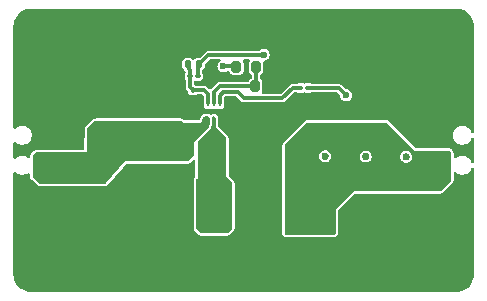
<source format=gbr>
%TF.GenerationSoftware,KiCad,Pcbnew,8.0.1*%
%TF.CreationDate,2025-05-13T16:21:41+05:45*%
%TF.ProjectId,12V-5V_buck_converter,3132562d-3556-45f6-9275-636b5f636f6e,rev?*%
%TF.SameCoordinates,Original*%
%TF.FileFunction,Copper,L1,Top*%
%TF.FilePolarity,Positive*%
%FSLAX46Y46*%
G04 Gerber Fmt 4.6, Leading zero omitted, Abs format (unit mm)*
G04 Created by KiCad (PCBNEW 8.0.1) date 2025-05-13 16:21:41*
%MOMM*%
%LPD*%
G01*
G04 APERTURE LIST*
G04 Aperture macros list*
%AMRoundRect*
0 Rectangle with rounded corners*
0 $1 Rounding radius*
0 $2 $3 $4 $5 $6 $7 $8 $9 X,Y pos of 4 corners*
0 Add a 4 corners polygon primitive as box body*
4,1,4,$2,$3,$4,$5,$6,$7,$8,$9,$2,$3,0*
0 Add four circle primitives for the rounded corners*
1,1,$1+$1,$2,$3*
1,1,$1+$1,$4,$5*
1,1,$1+$1,$6,$7*
1,1,$1+$1,$8,$9*
0 Add four rect primitives between the rounded corners*
20,1,$1+$1,$2,$3,$4,$5,0*
20,1,$1+$1,$4,$5,$6,$7,0*
20,1,$1+$1,$6,$7,$8,$9,0*
20,1,$1+$1,$8,$9,$2,$3,0*%
G04 Aperture macros list end*
%TA.AperFunction,SMDPad,CuDef*%
%ADD10RoundRect,0.200000X-0.200000X-0.275000X0.200000X-0.275000X0.200000X0.275000X-0.200000X0.275000X0*%
%TD*%
%TA.AperFunction,SMDPad,CuDef*%
%ADD11RoundRect,0.100000X-0.130000X-0.100000X0.130000X-0.100000X0.130000X0.100000X-0.130000X0.100000X0*%
%TD*%
%TA.AperFunction,SMDPad,CuDef*%
%ADD12RoundRect,0.250000X0.475000X-0.250000X0.475000X0.250000X-0.475000X0.250000X-0.475000X-0.250000X0*%
%TD*%
%TA.AperFunction,ComponentPad*%
%ADD13C,2.600000*%
%TD*%
%TA.AperFunction,ConnectorPad*%
%ADD14C,3.800000*%
%TD*%
%TA.AperFunction,ComponentPad*%
%ADD15R,2.200000X2.200000*%
%TD*%
%TA.AperFunction,ComponentPad*%
%ADD16C,2.200000*%
%TD*%
%TA.AperFunction,SMDPad,CuDef*%
%ADD17R,2.500000X3.200000*%
%TD*%
%TA.AperFunction,SMDPad,CuDef*%
%ADD18RoundRect,0.075000X0.275000X-0.390000X0.275000X0.390000X-0.275000X0.390000X-0.275000X-0.390000X0*%
%TD*%
%TA.AperFunction,SMDPad,CuDef*%
%ADD19RoundRect,0.075000X0.275000X-0.075000X0.275000X0.075000X-0.275000X0.075000X-0.275000X-0.075000X0*%
%TD*%
%TA.AperFunction,SMDPad,CuDef*%
%ADD20RoundRect,0.100000X0.130000X0.100000X-0.130000X0.100000X-0.130000X-0.100000X0.130000X-0.100000X0*%
%TD*%
%TA.AperFunction,SMDPad,CuDef*%
%ADD21R,0.279400X0.606400*%
%TD*%
%TA.AperFunction,SMDPad,CuDef*%
%ADD22RoundRect,0.225000X0.250000X-0.225000X0.250000X0.225000X-0.250000X0.225000X-0.250000X-0.225000X0*%
%TD*%
%TA.AperFunction,SMDPad,CuDef*%
%ADD23RoundRect,0.100000X-0.100000X0.130000X-0.100000X-0.130000X0.100000X-0.130000X0.100000X0.130000X0*%
%TD*%
%TA.AperFunction,SMDPad,CuDef*%
%ADD24RoundRect,0.140000X0.140000X0.170000X-0.140000X0.170000X-0.140000X-0.170000X0.140000X-0.170000X0*%
%TD*%
%TA.AperFunction,ViaPad*%
%ADD25C,0.600000*%
%TD*%
%TA.AperFunction,Conductor*%
%ADD26C,0.300000*%
%TD*%
G04 APERTURE END LIST*
D10*
%TO.P,R2,1*%
%TO.N,Net-(U1-EN)*%
X34989000Y-21082000D03*
%TO.P,R2,2*%
%TO.N,GND*%
X36639000Y-21082000D03*
%TD*%
D11*
%TO.P,R3,1*%
%TO.N,Net-(U1-PG)*%
X38796000Y-21209000D03*
%TO.P,R3,2*%
%TO.N,/Vout*%
X39436000Y-21209000D03*
%TD*%
D12*
%TO.P,C4,1*%
%TO.N,/Vout*%
X41485000Y-25100000D03*
%TO.P,C4,2*%
%TO.N,GND*%
X41485000Y-23200000D03*
%TD*%
D13*
%TO.P,H3,1,1*%
%TO.N,GND*%
X51000000Y-36000000D03*
D14*
X51000000Y-36000000D03*
%TD*%
D15*
%TO.P,J2,1,Pin_1*%
%TO.N,GND*%
X17800000Y-25230000D03*
D16*
%TO.P,J2,2,Pin_2*%
%TO.N,/Vin*%
X17800000Y-27770000D03*
%TD*%
D13*
%TO.P,H2,1,1*%
%TO.N,GND*%
X17000000Y-36000000D03*
D14*
X17000000Y-36000000D03*
%TD*%
D17*
%TO.P,L1,1,1*%
%TO.N,Net-(U1-SW)*%
X31510000Y-31200000D03*
%TO.P,L1,2,2*%
%TO.N,/Vout*%
X39610000Y-31200000D03*
%TD*%
D12*
%TO.P,C1,1*%
%TO.N,/Vin*%
X26085000Y-24900000D03*
%TO.P,C1,2*%
%TO.N,GND*%
X26085000Y-23000000D03*
%TD*%
D18*
%TO.P,D1,1,K*%
%TO.N,/Vin*%
X23291000Y-24507000D03*
D19*
%TO.P,D1,2,A*%
%TO.N,GND*%
X23291000Y-23622000D03*
%TD*%
D13*
%TO.P,H1,1,1*%
%TO.N,GND*%
X17000000Y-17000000D03*
D14*
X17000000Y-17000000D03*
%TD*%
D10*
%TO.P,R1,1*%
%TO.N,/Vin*%
X33388000Y-19444000D03*
%TO.P,R1,2*%
%TO.N,Net-(U1-EN)*%
X35038000Y-19444000D03*
%TD*%
D20*
%TO.P,R4,1*%
%TO.N,/Vout*%
X30090000Y-20206000D03*
%TO.P,R4,2*%
%TO.N,/FB*%
X29450000Y-20206000D03*
%TD*%
D13*
%TO.P,H4,1,1*%
%TO.N,GND*%
X51000000Y-17000000D03*
D14*
X51000000Y-17000000D03*
%TD*%
D21*
%TO.P,U1,1,VIN*%
%TO.N,/Vin*%
X30981874Y-24001700D03*
%TO.P,U1,2,SW*%
%TO.N,Net-(U1-SW)*%
X31482000Y-24001700D03*
%TO.P,U1,3,GND*%
%TO.N,GND*%
X31982126Y-24001700D03*
%TO.P,U1,4,PG*%
%TO.N,Net-(U1-PG)*%
X31982126Y-22506300D03*
%TO.P,U1,5,EN*%
%TO.N,Net-(U1-EN)*%
X31482000Y-22506300D03*
%TO.P,U1,6,FB*%
%TO.N,/FB*%
X30981874Y-22506300D03*
%TD*%
D22*
%TO.P,C5,1*%
%TO.N,/Vout*%
X43685000Y-24975000D03*
%TO.P,C5,2*%
%TO.N,GND*%
X43685000Y-23425000D03*
%TD*%
D23*
%TO.P,R5,1*%
%TO.N,/FB*%
X29704000Y-21410000D03*
%TO.P,R5,2*%
%TO.N,GND*%
X29704000Y-22050000D03*
%TD*%
D22*
%TO.P,C2,1*%
%TO.N,/Vin*%
X28117000Y-24791000D03*
%TO.P,C2,2*%
%TO.N,GND*%
X28117000Y-23241000D03*
%TD*%
D15*
%TO.P,J1,1,Pin_1*%
%TO.N,/Vout*%
X49960000Y-27770000D03*
D16*
%TO.P,J1,2,Pin_2*%
%TO.N,GND*%
X49960000Y-25230000D03*
%TD*%
D24*
%TO.P,C3,1*%
%TO.N,/Vout*%
X30226000Y-19190000D03*
%TO.P,C3,2*%
%TO.N,/FB*%
X29266000Y-19190000D03*
%TD*%
D25*
%TO.N,/Vin*%
X32285000Y-19400000D03*
X29285000Y-24800000D03*
%TO.N,GND*%
X34290000Y-33670875D03*
X41148000Y-22098000D03*
X34036000Y-26939875D03*
X34036000Y-23256875D03*
X27432000Y-36560125D03*
X24003000Y-30527625D03*
X24003000Y-36496625D03*
X47752000Y-20193000D03*
X27432000Y-33766125D03*
X27178000Y-16748125D03*
X37465000Y-16700500D03*
X40894000Y-20145375D03*
X48006000Y-30607000D03*
X29972000Y-23114000D03*
X34290000Y-30495875D03*
X48006000Y-36576000D03*
X28194000Y-22098000D03*
X21082000Y-30511750D03*
X47752000Y-16764000D03*
X44069000Y-22352000D03*
X20574000Y-36480750D03*
X33147000Y-23876000D03*
X47752000Y-27051000D03*
X37719000Y-36512500D03*
X34290000Y-36464875D03*
X37465000Y-23304500D03*
X36830000Y-26987500D03*
X40894000Y-16716375D03*
X33147000Y-23114000D03*
X20574000Y-33686750D03*
X24003000Y-33702625D03*
X23749000Y-20113625D03*
X33020000Y-20447000D03*
X44577000Y-36544250D03*
X33147000Y-22352000D03*
X30861000Y-36449000D03*
X27559000Y-22098000D03*
X43434000Y-22352000D03*
X37465000Y-20129500D03*
X23749000Y-16684625D03*
X34036000Y-16652875D03*
X48006000Y-33782000D03*
X32278805Y-20452000D03*
X44323000Y-27019250D03*
X26670000Y-21844000D03*
X20320000Y-16668750D03*
X44577000Y-33750250D03*
X27432000Y-30591125D03*
X20320000Y-23272750D03*
X30607000Y-16637000D03*
X47752000Y-23368000D03*
X26035000Y-21844000D03*
X24384000Y-23368000D03*
X26670000Y-20177125D03*
X44577000Y-30575250D03*
X41148000Y-36528375D03*
X40894000Y-27003375D03*
X44323000Y-16732250D03*
X41783000Y-22098000D03*
X44323000Y-20161250D03*
X21082000Y-20097750D03*
%TO.N,/Vout*%
X35687000Y-18415000D03*
X39610000Y-28334000D03*
X42672000Y-25146000D03*
X42672000Y-21844000D03*
%TD*%
D26*
%TO.N,/Vin*%
X32285000Y-19400000D02*
X33344000Y-19400000D01*
X33344000Y-19400000D02*
X33388000Y-19444000D01*
%TO.N,/Vout*%
X30090000Y-19567000D02*
X30226000Y-19431000D01*
X42037000Y-21209000D02*
X39436000Y-21209000D01*
X30226000Y-19190000D02*
X31001000Y-18415000D01*
X30090000Y-20206000D02*
X30090000Y-19567000D01*
X42672000Y-21844000D02*
X42037000Y-21209000D01*
X42626000Y-25100000D02*
X42672000Y-25146000D01*
X41485000Y-25100000D02*
X42626000Y-25100000D01*
X30226000Y-19431000D02*
X30226000Y-19190000D01*
X31001000Y-18415000D02*
X35687000Y-18415000D01*
%TO.N,/FB*%
X30988000Y-21717000D02*
X30981874Y-21723126D01*
X29704000Y-21410000D02*
X30681000Y-21410000D01*
X29266000Y-19190000D02*
X29266000Y-19487000D01*
X30681000Y-21410000D02*
X30988000Y-21717000D01*
X29704000Y-21410000D02*
X29450000Y-21156000D01*
X29266000Y-19487000D02*
X29450000Y-19671000D01*
X30981874Y-21723126D02*
X30981874Y-22506300D01*
X29450000Y-21156000D02*
X29450000Y-20206000D01*
X29450000Y-19671000D02*
X29450000Y-20206000D01*
%TO.N,Net-(U1-EN)*%
X31482000Y-21560178D02*
X31960178Y-21082000D01*
X31960178Y-21082000D02*
X34989000Y-21082000D01*
X35038000Y-19444000D02*
X35038000Y-21033000D01*
X31482000Y-22506300D02*
X31482000Y-21560178D01*
X35038000Y-21033000D02*
X34989000Y-21082000D01*
%TO.N,Net-(U1-PG)*%
X31982126Y-21865874D02*
X32286000Y-21562000D01*
X37274500Y-22098000D02*
X38163500Y-21209000D01*
X34036000Y-22098000D02*
X37274500Y-22098000D01*
X31982126Y-22506300D02*
X31982126Y-21865874D01*
X32286000Y-21562000D02*
X33500000Y-21562000D01*
X33500000Y-21562000D02*
X34036000Y-22098000D01*
X38163500Y-21209000D02*
X38796000Y-21209000D01*
%TD*%
%TA.AperFunction,Conductor*%
%TO.N,Net-(U1-SW)*%
G36*
X31566039Y-23641685D02*
G01*
X31611794Y-23694489D01*
X31623000Y-23746000D01*
X31623000Y-24511000D01*
X32475681Y-25363681D01*
X32509166Y-25425004D01*
X32512000Y-25451362D01*
X32512000Y-28702000D01*
X32983681Y-29173681D01*
X33017166Y-29235004D01*
X33020000Y-29261362D01*
X33020000Y-33095638D01*
X33000315Y-33162677D01*
X32983681Y-33183319D01*
X32675319Y-33491681D01*
X32613996Y-33525166D01*
X32587638Y-33528000D01*
X30404362Y-33528000D01*
X30337323Y-33508315D01*
X30316681Y-33491681D01*
X30008319Y-33183319D01*
X29974834Y-33121996D01*
X29972000Y-33095638D01*
X29972000Y-29007362D01*
X29991685Y-28940323D01*
X30008319Y-28919681D01*
X30099000Y-28829000D01*
X30099000Y-25832362D01*
X30118685Y-25765323D01*
X30135319Y-25744681D01*
X30516319Y-25363681D01*
X31242000Y-24638000D01*
X31242000Y-24523173D01*
X31261685Y-24456134D01*
X31262899Y-24454281D01*
X31310441Y-24383131D01*
X31310442Y-24383129D01*
X31322073Y-24324652D01*
X31322074Y-24324650D01*
X31322074Y-23746000D01*
X31341759Y-23678961D01*
X31394563Y-23633206D01*
X31446074Y-23622000D01*
X31499000Y-23622000D01*
X31566039Y-23641685D01*
G37*
%TD.AperFunction*%
%TD*%
%TA.AperFunction,Conductor*%
%TO.N,/Vin*%
G36*
X31058039Y-23641685D02*
G01*
X31103794Y-23694489D01*
X31115000Y-23746000D01*
X31115000Y-24268122D01*
X31095315Y-24335161D01*
X31094103Y-24337012D01*
X31092005Y-24340150D01*
X31091013Y-24341651D01*
X31089791Y-24343515D01*
X31064508Y-24398240D01*
X31044827Y-24465266D01*
X31044826Y-24465270D01*
X31044825Y-24465275D01*
X31037385Y-24517020D01*
X31008358Y-24580575D01*
X31002328Y-24587051D01*
X29990014Y-25599365D01*
X29990012Y-25599366D01*
X29975325Y-25615716D01*
X29975302Y-25615743D01*
X29958675Y-25636376D01*
X29958669Y-25636386D01*
X29934069Y-25683414D01*
X29911857Y-25713637D01*
X29813723Y-25811729D01*
X29801610Y-26900371D01*
X29781181Y-26967187D01*
X29761493Y-26990320D01*
X29316131Y-27399329D01*
X29253439Y-27430177D01*
X29232256Y-27432000D01*
X23989872Y-27432000D01*
X22318720Y-29295780D01*
X22259310Y-29332553D01*
X22226398Y-29337000D01*
X20574000Y-29337000D01*
X16812104Y-29337000D01*
X16745065Y-29317315D01*
X16735003Y-29310115D01*
X16175899Y-28866233D01*
X16135634Y-28809132D01*
X16129000Y-28769118D01*
X16129000Y-26975362D01*
X16148685Y-26908323D01*
X16165319Y-26887681D01*
X16346681Y-26706319D01*
X16408004Y-26672834D01*
X16434362Y-26670000D01*
X20719764Y-26670000D01*
X20719765Y-26670000D01*
X20728239Y-24718604D01*
X20748215Y-24651653D01*
X20769309Y-24626956D01*
X21427638Y-24034806D01*
X21490645Y-24004610D01*
X21510563Y-24003000D01*
X28676058Y-24003000D01*
X28743097Y-24022685D01*
X28763739Y-24039319D01*
X28881000Y-24156580D01*
X30352999Y-24156580D01*
X30353000Y-24156580D01*
X30480000Y-24003000D01*
X30578737Y-23706786D01*
X30618610Y-23649414D01*
X30683173Y-23622705D01*
X30696373Y-23622000D01*
X30991000Y-23622000D01*
X31058039Y-23641685D01*
G37*
%TD.AperFunction*%
%TD*%
%TA.AperFunction,Conductor*%
%TO.N,/Vout*%
G36*
X46136677Y-24169685D02*
G01*
X46157319Y-24186319D01*
X48514000Y-26543000D01*
X51383638Y-26543000D01*
X51450677Y-26562685D01*
X51471319Y-26579319D01*
X51525681Y-26633681D01*
X51559166Y-26695004D01*
X51562000Y-26721362D01*
X51562000Y-29031638D01*
X51542315Y-29098677D01*
X51525681Y-29119319D01*
X50729572Y-29915428D01*
X50668249Y-29948913D01*
X50641891Y-29951747D01*
X43327252Y-29951747D01*
X41783000Y-31495999D01*
X41783000Y-33476638D01*
X41763315Y-33543677D01*
X41746681Y-33564319D01*
X41692319Y-33618681D01*
X41630996Y-33652166D01*
X41604638Y-33655000D01*
X37589000Y-33655000D01*
X37521961Y-33635315D01*
X37476206Y-33582511D01*
X37465000Y-33531000D01*
X37465000Y-27003375D01*
X40388353Y-27003375D01*
X40408834Y-27145831D01*
X40460842Y-27259711D01*
X40468623Y-27276748D01*
X40562872Y-27385518D01*
X40683947Y-27463328D01*
X40683950Y-27463329D01*
X40683949Y-27463329D01*
X40822036Y-27503874D01*
X40822038Y-27503875D01*
X40822039Y-27503875D01*
X40965962Y-27503875D01*
X40965962Y-27503874D01*
X41104053Y-27463328D01*
X41225128Y-27385518D01*
X41319377Y-27276748D01*
X41379165Y-27145832D01*
X41397365Y-27019250D01*
X43817353Y-27019250D01*
X43837834Y-27161706D01*
X43882592Y-27259711D01*
X43897623Y-27292623D01*
X43991872Y-27401393D01*
X44112947Y-27479203D01*
X44112950Y-27479204D01*
X44112949Y-27479204D01*
X44251036Y-27519749D01*
X44251038Y-27519750D01*
X44251039Y-27519750D01*
X44394962Y-27519750D01*
X44394962Y-27519749D01*
X44533053Y-27479203D01*
X44654128Y-27401393D01*
X44748377Y-27292623D01*
X44808165Y-27161707D01*
X44824082Y-27051000D01*
X47246353Y-27051000D01*
X47266834Y-27193456D01*
X47297623Y-27260873D01*
X47326623Y-27324373D01*
X47420872Y-27433143D01*
X47541947Y-27510953D01*
X47541950Y-27510954D01*
X47541949Y-27510954D01*
X47680036Y-27551499D01*
X47680038Y-27551500D01*
X47680039Y-27551500D01*
X47823962Y-27551500D01*
X47823962Y-27551499D01*
X47962053Y-27510953D01*
X48083128Y-27433143D01*
X48177377Y-27324373D01*
X48237165Y-27193457D01*
X48257647Y-27051000D01*
X48237165Y-26908543D01*
X48177377Y-26777627D01*
X48083128Y-26668857D01*
X47962053Y-26591047D01*
X47962051Y-26591046D01*
X47962049Y-26591045D01*
X47962050Y-26591045D01*
X47823963Y-26550500D01*
X47823961Y-26550500D01*
X47680039Y-26550500D01*
X47680036Y-26550500D01*
X47541949Y-26591045D01*
X47420873Y-26668856D01*
X47326623Y-26777626D01*
X47326622Y-26777628D01*
X47266834Y-26908543D01*
X47246353Y-27051000D01*
X44824082Y-27051000D01*
X44828647Y-27019250D01*
X44808165Y-26876793D01*
X44748377Y-26745877D01*
X44654128Y-26637107D01*
X44533053Y-26559297D01*
X44533051Y-26559296D01*
X44533049Y-26559295D01*
X44533050Y-26559295D01*
X44394963Y-26518750D01*
X44394961Y-26518750D01*
X44251039Y-26518750D01*
X44251036Y-26518750D01*
X44112949Y-26559295D01*
X43991873Y-26637106D01*
X43897623Y-26745876D01*
X43897622Y-26745878D01*
X43837834Y-26876793D01*
X43817353Y-27019250D01*
X41397365Y-27019250D01*
X41399647Y-27003375D01*
X41379165Y-26860918D01*
X41319377Y-26730002D01*
X41225128Y-26621232D01*
X41104053Y-26543422D01*
X41104051Y-26543421D01*
X41104049Y-26543420D01*
X41104050Y-26543420D01*
X40965963Y-26502875D01*
X40965961Y-26502875D01*
X40822039Y-26502875D01*
X40822036Y-26502875D01*
X40683949Y-26543420D01*
X40562873Y-26621231D01*
X40468623Y-26730001D01*
X40468622Y-26730003D01*
X40408834Y-26860918D01*
X40388353Y-27003375D01*
X37465000Y-27003375D01*
X37465000Y-26086362D01*
X37484685Y-26019323D01*
X37501319Y-25998681D01*
X39313681Y-24186319D01*
X39375004Y-24152834D01*
X39401362Y-24150000D01*
X46069638Y-24150000D01*
X46136677Y-24169685D01*
G37*
%TD.AperFunction*%
%TD*%
%TA.AperFunction,Conductor*%
%TO.N,GND*%
G36*
X31991281Y-18785185D02*
G01*
X32037036Y-18837989D01*
X32046980Y-18907147D01*
X32017955Y-18970703D01*
X31991281Y-18993816D01*
X31953873Y-19017856D01*
X31859623Y-19126626D01*
X31859622Y-19126628D01*
X31799834Y-19257543D01*
X31779353Y-19400000D01*
X31799834Y-19542456D01*
X31845854Y-19643223D01*
X31859623Y-19673373D01*
X31953872Y-19782143D01*
X32074947Y-19859953D01*
X32074950Y-19859954D01*
X32074949Y-19859954D01*
X32213036Y-19900499D01*
X32213038Y-19900500D01*
X32213039Y-19900500D01*
X32356962Y-19900500D01*
X32356962Y-19900499D01*
X32495050Y-19859954D01*
X32495051Y-19859954D01*
X32536034Y-19833616D01*
X32616128Y-19782143D01*
X32616128Y-19782142D01*
X32618197Y-19780813D01*
X32685237Y-19761128D01*
X32752276Y-19780812D01*
X32798031Y-19833616D01*
X32801669Y-19842959D01*
X32802353Y-19844303D01*
X32802354Y-19844304D01*
X32859950Y-19957342D01*
X32859952Y-19957344D01*
X32859954Y-19957347D01*
X32949652Y-20047045D01*
X32949654Y-20047046D01*
X32949658Y-20047050D01*
X33062694Y-20104645D01*
X33062698Y-20104647D01*
X33156475Y-20119499D01*
X33156481Y-20119500D01*
X33619518Y-20119499D01*
X33713304Y-20104646D01*
X33826342Y-20047050D01*
X33916050Y-19957342D01*
X33973646Y-19844304D01*
X33973646Y-19844302D01*
X33973647Y-19844301D01*
X33988499Y-19750524D01*
X33988500Y-19750519D01*
X33988499Y-19137482D01*
X33973646Y-19043696D01*
X33923761Y-18945792D01*
X33910866Y-18877126D01*
X33937142Y-18812385D01*
X33994249Y-18772128D01*
X34034247Y-18765500D01*
X34391753Y-18765500D01*
X34458792Y-18785185D01*
X34504547Y-18837989D01*
X34514491Y-18907147D01*
X34502239Y-18945791D01*
X34481090Y-18987297D01*
X34452352Y-19043698D01*
X34437500Y-19137475D01*
X34437500Y-19750517D01*
X34442509Y-19782143D01*
X34452354Y-19844304D01*
X34509950Y-19957342D01*
X34599658Y-20047050D01*
X34599660Y-20047051D01*
X34619793Y-20057309D01*
X34670590Y-20105283D01*
X34687500Y-20167795D01*
X34687500Y-20333238D01*
X34667815Y-20400277D01*
X34619796Y-20443722D01*
X34550659Y-20478949D01*
X34550652Y-20478954D01*
X34460954Y-20568652D01*
X34460949Y-20568659D01*
X34412474Y-20663796D01*
X34364500Y-20714591D01*
X34301990Y-20731500D01*
X31914034Y-20731500D01*
X31824890Y-20755386D01*
X31824887Y-20755387D01*
X31744969Y-20801527D01*
X31744964Y-20801531D01*
X31244270Y-21302226D01*
X31182947Y-21335711D01*
X31113255Y-21330727D01*
X31068908Y-21302226D01*
X30896213Y-21129531D01*
X30896208Y-21129527D01*
X30816290Y-21083387D01*
X30816289Y-21083386D01*
X30816288Y-21083386D01*
X30727144Y-21059500D01*
X30727143Y-21059500D01*
X30059833Y-21059500D01*
X29992794Y-21039815D01*
X29984179Y-21032872D01*
X29976765Y-21027794D01*
X29874413Y-20982601D01*
X29821037Y-20937515D01*
X29800510Y-20870729D01*
X29800500Y-20869167D01*
X29800500Y-20730499D01*
X29820185Y-20663460D01*
X29872989Y-20617705D01*
X29924495Y-20606499D01*
X30264864Y-20606499D01*
X30264879Y-20606497D01*
X30264882Y-20606497D01*
X30289987Y-20603586D01*
X30289988Y-20603585D01*
X30289991Y-20603585D01*
X30392765Y-20558206D01*
X30472206Y-20478765D01*
X30517585Y-20375991D01*
X30520500Y-20350865D01*
X30520499Y-20061136D01*
X30518866Y-20047051D01*
X30517586Y-20036012D01*
X30517585Y-20036010D01*
X30517585Y-20036009D01*
X30472206Y-19933235D01*
X30465712Y-19923755D01*
X30468194Y-19922054D01*
X30443334Y-19876525D01*
X30440500Y-19850167D01*
X30440500Y-19779956D01*
X30460185Y-19712917D01*
X30512095Y-19667574D01*
X30564316Y-19643224D01*
X30649224Y-19558316D01*
X30699972Y-19449487D01*
X30706500Y-19399901D01*
X30706499Y-19256543D01*
X30726183Y-19189504D01*
X30742813Y-19168867D01*
X31109863Y-18801819D01*
X31171186Y-18768334D01*
X31197544Y-18765500D01*
X31924242Y-18765500D01*
X31991281Y-18785185D01*
G37*
%TD.AperFunction*%
%TA.AperFunction,Conductor*%
G36*
X52004418Y-14500816D02*
G01*
X52204561Y-14515130D01*
X52222063Y-14517647D01*
X52413797Y-14559355D01*
X52430755Y-14564334D01*
X52614609Y-14632909D01*
X52630701Y-14640259D01*
X52802904Y-14734288D01*
X52817784Y-14743849D01*
X52974867Y-14861441D01*
X52988237Y-14873027D01*
X53126972Y-15011762D01*
X53138558Y-15025132D01*
X53256146Y-15182210D01*
X53265711Y-15197095D01*
X53359740Y-15369298D01*
X53367090Y-15385390D01*
X53435662Y-15569236D01*
X53440646Y-15586212D01*
X53482351Y-15777931D01*
X53484869Y-15795442D01*
X53499184Y-15995580D01*
X53499500Y-16004427D01*
X53499500Y-24927809D01*
X53479815Y-24994848D01*
X53427011Y-25040603D01*
X53357853Y-25050547D01*
X53294297Y-25021522D01*
X53260939Y-24975261D01*
X53209397Y-24850827D01*
X53209390Y-24850814D01*
X53121789Y-24719711D01*
X53121786Y-24719707D01*
X53010292Y-24608213D01*
X53010288Y-24608210D01*
X52879185Y-24520609D01*
X52879172Y-24520602D01*
X52733501Y-24460264D01*
X52733489Y-24460261D01*
X52578845Y-24429500D01*
X52578842Y-24429500D01*
X52421158Y-24429500D01*
X52421155Y-24429500D01*
X52266510Y-24460261D01*
X52266498Y-24460264D01*
X52120827Y-24520602D01*
X52120814Y-24520609D01*
X51989711Y-24608210D01*
X51989707Y-24608213D01*
X51878213Y-24719707D01*
X51878210Y-24719711D01*
X51790609Y-24850814D01*
X51790602Y-24850827D01*
X51730264Y-24996498D01*
X51730261Y-24996510D01*
X51699500Y-25151153D01*
X51699500Y-25308846D01*
X51730261Y-25463489D01*
X51730264Y-25463501D01*
X51790602Y-25609172D01*
X51790609Y-25609185D01*
X51878210Y-25740288D01*
X51878213Y-25740292D01*
X51989707Y-25851786D01*
X51989711Y-25851789D01*
X52120814Y-25939390D01*
X52120827Y-25939397D01*
X52266498Y-25999735D01*
X52266503Y-25999737D01*
X52421153Y-26030499D01*
X52421156Y-26030500D01*
X52421158Y-26030500D01*
X52578844Y-26030500D01*
X52578845Y-26030499D01*
X52733497Y-25999737D01*
X52879179Y-25939394D01*
X53010289Y-25851789D01*
X53121789Y-25740289D01*
X53209394Y-25609179D01*
X53260939Y-25484738D01*
X53304779Y-25430334D01*
X53371074Y-25408269D01*
X53438773Y-25425548D01*
X53486384Y-25476685D01*
X53499500Y-25532190D01*
X53499500Y-27467809D01*
X53479815Y-27534848D01*
X53427011Y-27580603D01*
X53357853Y-27590547D01*
X53294297Y-27561522D01*
X53260939Y-27515261D01*
X53209397Y-27390827D01*
X53209390Y-27390814D01*
X53121789Y-27259711D01*
X53121786Y-27259707D01*
X53010292Y-27148213D01*
X53010288Y-27148210D01*
X52879185Y-27060609D01*
X52879172Y-27060602D01*
X52733501Y-27000264D01*
X52733489Y-27000261D01*
X52578845Y-26969500D01*
X52578842Y-26969500D01*
X52421158Y-26969500D01*
X52421155Y-26969500D01*
X52266510Y-27000261D01*
X52266498Y-27000264D01*
X52120827Y-27060602D01*
X52120814Y-27060609D01*
X51989711Y-27148210D01*
X51989707Y-27148213D01*
X51979181Y-27158740D01*
X51917858Y-27192225D01*
X51848166Y-27187241D01*
X51792233Y-27145369D01*
X51767816Y-27079905D01*
X51767500Y-27071059D01*
X51767500Y-26721361D01*
X51767073Y-26713397D01*
X51766322Y-26699393D01*
X51763488Y-26673035D01*
X51739529Y-26596518D01*
X51706044Y-26535195D01*
X51699128Y-26525956D01*
X51671001Y-26488384D01*
X51670998Y-26488381D01*
X51670991Y-26488371D01*
X51647120Y-26464500D01*
X51616634Y-26434013D01*
X51616633Y-26434012D01*
X51600283Y-26419325D01*
X51600269Y-26419313D01*
X51579620Y-26402672D01*
X51508575Y-26365509D01*
X51441543Y-26345826D01*
X51440894Y-26345732D01*
X51383638Y-26337500D01*
X51383634Y-26337500D01*
X48650482Y-26337500D01*
X48583443Y-26317815D01*
X48562801Y-26301181D01*
X46302634Y-24041013D01*
X46302633Y-24041012D01*
X46286283Y-24026325D01*
X46286269Y-24026313D01*
X46265620Y-24009672D01*
X46194575Y-23972509D01*
X46127543Y-23952826D01*
X46126894Y-23952732D01*
X46069638Y-23944500D01*
X39401362Y-23944500D01*
X39401361Y-23944500D01*
X39379381Y-23945678D01*
X39353034Y-23948511D01*
X39353032Y-23948512D01*
X39276521Y-23972470D01*
X39276516Y-23972471D01*
X39215188Y-24005960D01*
X39168384Y-24040998D01*
X39168363Y-24041016D01*
X37356013Y-25853365D01*
X37356012Y-25853366D01*
X37341325Y-25869716D01*
X37341313Y-25869730D01*
X37324672Y-25890379D01*
X37287509Y-25961424D01*
X37267826Y-26028456D01*
X37259500Y-26086365D01*
X37259500Y-33531007D01*
X37264197Y-33574686D01*
X37275397Y-33626174D01*
X37277342Y-33634133D01*
X37277890Y-33636373D01*
X37316929Y-33709634D01*
X37320899Y-33717083D01*
X37320901Y-33717086D01*
X37366660Y-33769895D01*
X37384242Y-33787839D01*
X37384246Y-33787843D01*
X37384247Y-33787844D01*
X37384249Y-33787845D01*
X37404261Y-33799039D01*
X37464063Y-33832490D01*
X37531102Y-33852175D01*
X37589000Y-33860500D01*
X37589004Y-33860500D01*
X41604639Y-33860500D01*
X41607180Y-33860363D01*
X41626607Y-33859322D01*
X41626614Y-33859321D01*
X41626618Y-33859321D01*
X41652965Y-33856488D01*
X41729482Y-33832529D01*
X41790805Y-33799044D01*
X41837629Y-33763991D01*
X41891991Y-33709629D01*
X41906693Y-33693262D01*
X41923327Y-33672620D01*
X41960490Y-33601575D01*
X41980175Y-33534536D01*
X41988500Y-33476638D01*
X41988500Y-31632481D01*
X42008185Y-31565442D01*
X42024819Y-31544800D01*
X43376053Y-30193566D01*
X43437376Y-30160081D01*
X43463734Y-30157247D01*
X50641892Y-30157247D01*
X50644433Y-30157110D01*
X50663860Y-30156069D01*
X50663867Y-30156068D01*
X50663871Y-30156068D01*
X50690218Y-30153235D01*
X50766735Y-30129276D01*
X50828058Y-30095791D01*
X50874882Y-30060738D01*
X51670991Y-29264629D01*
X51685693Y-29248262D01*
X51702327Y-29227620D01*
X51739490Y-29156575D01*
X51759175Y-29089536D01*
X51767500Y-29031638D01*
X51767500Y-28468941D01*
X51787185Y-28401902D01*
X51839989Y-28356147D01*
X51909147Y-28346203D01*
X51972703Y-28375228D01*
X51979181Y-28381260D01*
X51989707Y-28391786D01*
X51989711Y-28391789D01*
X52120814Y-28479390D01*
X52120827Y-28479397D01*
X52266498Y-28539735D01*
X52266503Y-28539737D01*
X52396112Y-28565518D01*
X52421153Y-28570499D01*
X52421156Y-28570500D01*
X52421158Y-28570500D01*
X52578844Y-28570500D01*
X52578845Y-28570499D01*
X52733497Y-28539737D01*
X52879179Y-28479394D01*
X53010289Y-28391789D01*
X53121789Y-28280289D01*
X53209394Y-28149179D01*
X53260939Y-28024738D01*
X53304779Y-27970334D01*
X53371074Y-27948269D01*
X53438773Y-27965548D01*
X53486384Y-28016685D01*
X53499500Y-28072190D01*
X53499500Y-36995572D01*
X53499184Y-37004419D01*
X53484869Y-37204557D01*
X53482351Y-37222068D01*
X53440646Y-37413787D01*
X53435662Y-37430763D01*
X53367090Y-37614609D01*
X53359740Y-37630701D01*
X53265711Y-37802904D01*
X53256146Y-37817789D01*
X53138558Y-37974867D01*
X53126972Y-37988237D01*
X52988237Y-38126972D01*
X52974867Y-38138558D01*
X52817789Y-38256146D01*
X52802904Y-38265711D01*
X52630701Y-38359740D01*
X52614609Y-38367090D01*
X52430763Y-38435662D01*
X52413787Y-38440646D01*
X52222068Y-38482351D01*
X52204557Y-38484869D01*
X52023779Y-38497799D01*
X52004417Y-38499184D01*
X51995572Y-38499500D01*
X16004428Y-38499500D01*
X15995582Y-38499184D01*
X15973622Y-38497613D01*
X15795442Y-38484869D01*
X15777931Y-38482351D01*
X15586212Y-38440646D01*
X15569236Y-38435662D01*
X15385390Y-38367090D01*
X15369298Y-38359740D01*
X15197095Y-38265711D01*
X15182210Y-38256146D01*
X15025132Y-38138558D01*
X15011762Y-38126972D01*
X14873027Y-37988237D01*
X14861441Y-37974867D01*
X14743849Y-37817784D01*
X14734288Y-37802904D01*
X14640259Y-37630701D01*
X14632909Y-37614609D01*
X14572091Y-37451551D01*
X14564334Y-37430755D01*
X14559355Y-37413797D01*
X14517647Y-37222063D01*
X14515130Y-37204556D01*
X14500816Y-37004418D01*
X14500500Y-36995572D01*
X14500500Y-28441941D01*
X14520185Y-28374902D01*
X14572989Y-28329147D01*
X14642147Y-28319203D01*
X14705703Y-28348228D01*
X14712181Y-28354260D01*
X14749707Y-28391786D01*
X14749711Y-28391789D01*
X14880814Y-28479390D01*
X14880827Y-28479397D01*
X15026498Y-28539735D01*
X15026503Y-28539737D01*
X15156112Y-28565518D01*
X15181153Y-28570499D01*
X15181156Y-28570500D01*
X15181158Y-28570500D01*
X15338844Y-28570500D01*
X15338845Y-28570499D01*
X15493497Y-28539737D01*
X15639179Y-28479394D01*
X15730610Y-28418301D01*
X15797286Y-28397424D01*
X15864666Y-28415908D01*
X15911357Y-28467887D01*
X15923500Y-28521404D01*
X15923500Y-28769127D01*
X15926267Y-28802731D01*
X15932871Y-28842563D01*
X15932938Y-28842963D01*
X15967687Y-28927555D01*
X15967689Y-28927559D01*
X16007954Y-28984660D01*
X16048122Y-29027178D01*
X16048126Y-29027182D01*
X16607196Y-29471037D01*
X16607216Y-29471052D01*
X16607226Y-29471060D01*
X16615417Y-29477236D01*
X16625479Y-29484436D01*
X16687167Y-29514490D01*
X16754206Y-29534175D01*
X16812104Y-29542500D01*
X16812108Y-29542500D01*
X22226389Y-29542500D01*
X22226398Y-29542500D01*
X22253915Y-29540649D01*
X22286827Y-29536202D01*
X22367466Y-29507289D01*
X22426876Y-29470516D01*
X22471722Y-29432969D01*
X22471728Y-29432963D01*
X23753453Y-28003497D01*
X24044663Y-27678719D01*
X24104073Y-27641947D01*
X24136985Y-27637500D01*
X29232253Y-27637500D01*
X29232256Y-27637500D01*
X29241066Y-27637121D01*
X29249879Y-27636743D01*
X29256937Y-27636135D01*
X29271059Y-27634920D01*
X29322485Y-27620601D01*
X29344166Y-27614565D01*
X29344168Y-27614564D01*
X29406860Y-27583716D01*
X29455133Y-27550685D01*
X29685625Y-27339006D01*
X29748317Y-27308159D01*
X29817733Y-27316101D01*
X29871836Y-27360313D01*
X29893448Y-27426756D01*
X29893500Y-27430336D01*
X29893500Y-28692911D01*
X29873815Y-28759950D01*
X29861748Y-28775774D01*
X29848323Y-28790718D01*
X29848313Y-28790730D01*
X29831672Y-28811379D01*
X29794509Y-28882424D01*
X29774826Y-28949456D01*
X29766500Y-29007365D01*
X29766500Y-33095638D01*
X29767678Y-33117618D01*
X29770511Y-33143965D01*
X29770512Y-33143967D01*
X29794470Y-33220478D01*
X29794471Y-33220483D01*
X29808872Y-33246855D01*
X29827956Y-33281805D01*
X29827958Y-33281808D01*
X29827960Y-33281811D01*
X29862998Y-33328615D01*
X29863002Y-33328619D01*
X29863009Y-33328629D01*
X29863013Y-33328633D01*
X29863016Y-33328636D01*
X30171365Y-33636986D01*
X30171366Y-33636987D01*
X30187716Y-33651674D01*
X30187730Y-33651686D01*
X30187738Y-33651693D01*
X30196136Y-33658460D01*
X30208379Y-33668327D01*
X30279424Y-33705490D01*
X30346456Y-33725173D01*
X30346458Y-33725173D01*
X30346464Y-33725175D01*
X30404362Y-33733500D01*
X30404366Y-33733500D01*
X32587639Y-33733500D01*
X32590180Y-33733363D01*
X32609607Y-33732322D01*
X32609614Y-33732321D01*
X32609618Y-33732321D01*
X32635965Y-33729488D01*
X32712482Y-33705529D01*
X32773805Y-33672044D01*
X32820629Y-33636991D01*
X33128991Y-33328629D01*
X33143693Y-33312262D01*
X33160327Y-33291620D01*
X33197490Y-33220575D01*
X33217175Y-33153536D01*
X33225500Y-33095638D01*
X33225500Y-29261362D01*
X33224322Y-29239393D01*
X33221488Y-29213035D01*
X33197529Y-29136518D01*
X33164044Y-29075195D01*
X33128991Y-29028371D01*
X32753819Y-28653199D01*
X32720334Y-28591876D01*
X32717500Y-28565518D01*
X32717500Y-25451361D01*
X32716321Y-25429381D01*
X32713488Y-25403034D01*
X32713487Y-25403032D01*
X32689529Y-25326518D01*
X32656044Y-25265195D01*
X32620991Y-25218371D01*
X31864819Y-24462199D01*
X31831334Y-24400876D01*
X31828500Y-24374518D01*
X31828500Y-23746008D01*
X31828499Y-23745992D01*
X31823802Y-23702311D01*
X31823796Y-23702271D01*
X31823789Y-23702189D01*
X31823448Y-23699014D01*
X31823533Y-23699004D01*
X31822200Y-23682443D01*
X31822200Y-23678749D01*
X31822199Y-23678747D01*
X31810568Y-23620270D01*
X31810567Y-23620269D01*
X31766252Y-23553947D01*
X31759689Y-23547384D01*
X31745051Y-23534469D01*
X31743029Y-23532135D01*
X31721345Y-23507111D01*
X31703754Y-23489157D01*
X31703752Y-23489156D01*
X31703750Y-23489154D01*
X31623940Y-23444511D01*
X31623935Y-23444509D01*
X31556903Y-23424826D01*
X31556899Y-23424825D01*
X31556898Y-23424825D01*
X31499000Y-23416500D01*
X31446074Y-23416500D01*
X31446066Y-23416500D01*
X31402387Y-23421197D01*
X31350899Y-23432397D01*
X31340701Y-23434890D01*
X31340693Y-23434893D01*
X31276538Y-23469079D01*
X31208117Y-23483233D01*
X31157694Y-23467867D01*
X31115937Y-23444510D01*
X31115934Y-23444509D01*
X31115935Y-23444509D01*
X31048903Y-23424826D01*
X31048899Y-23424825D01*
X31048898Y-23424825D01*
X30991000Y-23416500D01*
X30696373Y-23416500D01*
X30696371Y-23416500D01*
X30685398Y-23416792D01*
X30672220Y-23417496D01*
X30672206Y-23417498D01*
X30604626Y-23432810D01*
X30604609Y-23432816D01*
X30540057Y-23459520D01*
X30540051Y-23459523D01*
X30517463Y-23470529D01*
X30517458Y-23470533D01*
X30449861Y-23532135D01*
X30409988Y-23589506D01*
X30383784Y-23641796D01*
X30383783Y-23641798D01*
X30308952Y-23866292D01*
X30269077Y-23923667D01*
X30204514Y-23950376D01*
X30191315Y-23951080D01*
X29017483Y-23951080D01*
X28950444Y-23931395D01*
X28929802Y-23914761D01*
X28909053Y-23894012D01*
X28892703Y-23879325D01*
X28892689Y-23879313D01*
X28872040Y-23862672D01*
X28800995Y-23825509D01*
X28733963Y-23805826D01*
X28733314Y-23805732D01*
X28676058Y-23797500D01*
X21510563Y-23797500D01*
X21510562Y-23797500D01*
X21507251Y-23797633D01*
X21494006Y-23798168D01*
X21474088Y-23799778D01*
X21474085Y-23799778D01*
X21401834Y-23819291D01*
X21338823Y-23849490D01*
X21290210Y-23882018D01*
X20631881Y-24474169D01*
X20631876Y-24474173D01*
X20613055Y-24493484D01*
X20613037Y-24493503D01*
X20591955Y-24518187D01*
X20551295Y-24592893D01*
X20551294Y-24592895D01*
X20551293Y-24592898D01*
X20546724Y-24608211D01*
X20531316Y-24659851D01*
X20531314Y-24659859D01*
X20522741Y-24717709D01*
X20522740Y-24717719D01*
X20515692Y-26341038D01*
X20495716Y-26407992D01*
X20442714Y-26453517D01*
X20391693Y-26464500D01*
X16434361Y-26464500D01*
X16412381Y-26465678D01*
X16386034Y-26468511D01*
X16386032Y-26468512D01*
X16309521Y-26492470D01*
X16309516Y-26492471D01*
X16248188Y-26525960D01*
X16201384Y-26560998D01*
X16201363Y-26561016D01*
X16020013Y-26742365D01*
X16020012Y-26742366D01*
X16005325Y-26758716D01*
X16005313Y-26758730D01*
X15988672Y-26779379D01*
X15951509Y-26850424D01*
X15931826Y-26917456D01*
X15931825Y-26917464D01*
X15924698Y-26967036D01*
X15923500Y-26975365D01*
X15923500Y-27018595D01*
X15903815Y-27085634D01*
X15851011Y-27131389D01*
X15781853Y-27141333D01*
X15730609Y-27121697D01*
X15639185Y-27060609D01*
X15639172Y-27060602D01*
X15493501Y-27000264D01*
X15493489Y-27000261D01*
X15338845Y-26969500D01*
X15338842Y-26969500D01*
X15181158Y-26969500D01*
X15181155Y-26969500D01*
X15026510Y-27000261D01*
X15026498Y-27000264D01*
X14880827Y-27060602D01*
X14880814Y-27060609D01*
X14749711Y-27148210D01*
X14749707Y-27148213D01*
X14712181Y-27185740D01*
X14650858Y-27219225D01*
X14581166Y-27214241D01*
X14525233Y-27172369D01*
X14500816Y-27106905D01*
X14500500Y-27098059D01*
X14500500Y-25901941D01*
X14520185Y-25834902D01*
X14572989Y-25789147D01*
X14642147Y-25779203D01*
X14705703Y-25808228D01*
X14712181Y-25814260D01*
X14749707Y-25851786D01*
X14749711Y-25851789D01*
X14880814Y-25939390D01*
X14880827Y-25939397D01*
X15026498Y-25999735D01*
X15026503Y-25999737D01*
X15181153Y-26030499D01*
X15181156Y-26030500D01*
X15181158Y-26030500D01*
X15338844Y-26030500D01*
X15338845Y-26030499D01*
X15493497Y-25999737D01*
X15639179Y-25939394D01*
X15770289Y-25851789D01*
X15881789Y-25740289D01*
X15969394Y-25609179D01*
X16029737Y-25463497D01*
X16060500Y-25308842D01*
X16060500Y-25151158D01*
X16060500Y-25151155D01*
X16060499Y-25151153D01*
X16038509Y-25040603D01*
X16029737Y-24996503D01*
X16029735Y-24996498D01*
X15969397Y-24850827D01*
X15969390Y-24850814D01*
X15881789Y-24719711D01*
X15881786Y-24719707D01*
X15770292Y-24608213D01*
X15770288Y-24608210D01*
X15639185Y-24520609D01*
X15639172Y-24520602D01*
X15493501Y-24460264D01*
X15493489Y-24460261D01*
X15338845Y-24429500D01*
X15338842Y-24429500D01*
X15181158Y-24429500D01*
X15181155Y-24429500D01*
X15026510Y-24460261D01*
X15026498Y-24460264D01*
X14880827Y-24520602D01*
X14880814Y-24520609D01*
X14749711Y-24608210D01*
X14749707Y-24608213D01*
X14712181Y-24645740D01*
X14650858Y-24679225D01*
X14581166Y-24674241D01*
X14525233Y-24632369D01*
X14500816Y-24566905D01*
X14500500Y-24558059D01*
X14500500Y-19399894D01*
X28785500Y-19399894D01*
X28785501Y-19399900D01*
X28792028Y-19449487D01*
X28792029Y-19449489D01*
X28792029Y-19449490D01*
X28842776Y-19558316D01*
X28927684Y-19643224D01*
X28936571Y-19649447D01*
X28935360Y-19651176D01*
X28977240Y-19688048D01*
X28979784Y-19692260D01*
X28985530Y-19702212D01*
X29033842Y-19750524D01*
X29055460Y-19772141D01*
X29088945Y-19833464D01*
X29083961Y-19903156D01*
X29070080Y-19929897D01*
X29067795Y-19933231D01*
X29022415Y-20036006D01*
X29022415Y-20036008D01*
X29019500Y-20061131D01*
X29019500Y-20350856D01*
X29019502Y-20350882D01*
X29022413Y-20375987D01*
X29022415Y-20375991D01*
X29067793Y-20478764D01*
X29074288Y-20488245D01*
X29071805Y-20489945D01*
X29096666Y-20535475D01*
X29099500Y-20561833D01*
X29099500Y-21202144D01*
X29120771Y-21281530D01*
X29123386Y-21291288D01*
X29142166Y-21323815D01*
X29169529Y-21371210D01*
X29169531Y-21371213D01*
X29267181Y-21468863D01*
X29300666Y-21530186D01*
X29303500Y-21556540D01*
X29303500Y-21584855D01*
X29303502Y-21584881D01*
X29306414Y-21609988D01*
X29306415Y-21609991D01*
X29351793Y-21712764D01*
X29351794Y-21712765D01*
X29431235Y-21792206D01*
X29534009Y-21837585D01*
X29559135Y-21840500D01*
X29848864Y-21840499D01*
X29848879Y-21840497D01*
X29848882Y-21840497D01*
X29873987Y-21837586D01*
X29873988Y-21837585D01*
X29873991Y-21837585D01*
X29976765Y-21792206D01*
X29976767Y-21792203D01*
X29986245Y-21785712D01*
X29987945Y-21788194D01*
X30033475Y-21763334D01*
X30059833Y-21760500D01*
X30484456Y-21760500D01*
X30551495Y-21780185D01*
X30572137Y-21796819D01*
X30595055Y-21819737D01*
X30628540Y-21881060D01*
X30631374Y-21907418D01*
X30631374Y-22552445D01*
X30637449Y-22575117D01*
X30641674Y-22607209D01*
X30641674Y-22829252D01*
X30653305Y-22887729D01*
X30653306Y-22887730D01*
X30697621Y-22954052D01*
X30763943Y-22998367D01*
X30763944Y-22998368D01*
X30822421Y-23009999D01*
X30822424Y-23010000D01*
X30822426Y-23010000D01*
X31141324Y-23010000D01*
X31141325Y-23009999D01*
X31158986Y-23006486D01*
X31207746Y-22996788D01*
X31256128Y-22996788D01*
X31322547Y-23009999D01*
X31322550Y-23010000D01*
X31322552Y-23010000D01*
X31641450Y-23010000D01*
X31641451Y-23009999D01*
X31659112Y-23006486D01*
X31707872Y-22996788D01*
X31756254Y-22996788D01*
X31822673Y-23009999D01*
X31822676Y-23010000D01*
X31822678Y-23010000D01*
X32141576Y-23010000D01*
X32141577Y-23009999D01*
X32156394Y-23007052D01*
X32200055Y-22998368D01*
X32200055Y-22998367D01*
X32200057Y-22998367D01*
X32266378Y-22954052D01*
X32310693Y-22887731D01*
X32310693Y-22887729D01*
X32310694Y-22887729D01*
X32322325Y-22829252D01*
X32322326Y-22829250D01*
X32322326Y-22607209D01*
X32326551Y-22575117D01*
X32328010Y-22569669D01*
X32332626Y-22552444D01*
X32332626Y-22062418D01*
X32352311Y-21995379D01*
X32368945Y-21974737D01*
X32394863Y-21948819D01*
X32456186Y-21915334D01*
X32482544Y-21912500D01*
X33303456Y-21912500D01*
X33370495Y-21932185D01*
X33391137Y-21948819D01*
X33820787Y-22378469D01*
X33900712Y-22424614D01*
X33989856Y-22448500D01*
X33989858Y-22448500D01*
X37320642Y-22448500D01*
X37320644Y-22448500D01*
X37409788Y-22424614D01*
X37489712Y-22378470D01*
X38272363Y-21595819D01*
X38333686Y-21562334D01*
X38360044Y-21559500D01*
X38463215Y-21559500D01*
X38513300Y-21570065D01*
X38596009Y-21606585D01*
X38621135Y-21609500D01*
X38970864Y-21609499D01*
X38970879Y-21609497D01*
X38970882Y-21609497D01*
X38995987Y-21606586D01*
X38995987Y-21606585D01*
X38995991Y-21606585D01*
X39065915Y-21575710D01*
X39135190Y-21566639D01*
X39166085Y-21575710D01*
X39236009Y-21606585D01*
X39261135Y-21609500D01*
X39610864Y-21609499D01*
X39610879Y-21609497D01*
X39610882Y-21609497D01*
X39635987Y-21606586D01*
X39635991Y-21606585D01*
X39718699Y-21570066D01*
X39768785Y-21559500D01*
X41840456Y-21559500D01*
X41907495Y-21579185D01*
X41928137Y-21595819D01*
X42135495Y-21803177D01*
X42168980Y-21864500D01*
X42170552Y-21873210D01*
X42186834Y-21986456D01*
X42246622Y-22117371D01*
X42246623Y-22117373D01*
X42340872Y-22226143D01*
X42461947Y-22303953D01*
X42461950Y-22303954D01*
X42461949Y-22303954D01*
X42600036Y-22344499D01*
X42600038Y-22344500D01*
X42600039Y-22344500D01*
X42743962Y-22344500D01*
X42743962Y-22344499D01*
X42882053Y-22303953D01*
X43003128Y-22226143D01*
X43097377Y-22117373D01*
X43157165Y-21986457D01*
X43177647Y-21844000D01*
X43157165Y-21701543D01*
X43097377Y-21570627D01*
X43003128Y-21461857D01*
X42882053Y-21384047D01*
X42882051Y-21384046D01*
X42882049Y-21384045D01*
X42882050Y-21384045D01*
X42743963Y-21343500D01*
X42743961Y-21343500D01*
X42718544Y-21343500D01*
X42651505Y-21323815D01*
X42630863Y-21307181D01*
X42252213Y-20928531D01*
X42252208Y-20928527D01*
X42172290Y-20882387D01*
X42172289Y-20882386D01*
X42172288Y-20882386D01*
X42083144Y-20858500D01*
X42083143Y-20858500D01*
X39768785Y-20858500D01*
X39718699Y-20847934D01*
X39678577Y-20830218D01*
X39635992Y-20811415D01*
X39610865Y-20808500D01*
X39261143Y-20808500D01*
X39261117Y-20808502D01*
X39236012Y-20811413D01*
X39236011Y-20811414D01*
X39166085Y-20842289D01*
X39096807Y-20851360D01*
X39065914Y-20842289D01*
X38995991Y-20811415D01*
X38970865Y-20808500D01*
X38621143Y-20808500D01*
X38621117Y-20808502D01*
X38596012Y-20811413D01*
X38596008Y-20811414D01*
X38513301Y-20847934D01*
X38463215Y-20858500D01*
X38117356Y-20858500D01*
X38028212Y-20882386D01*
X38028209Y-20882387D01*
X37948291Y-20928527D01*
X37948286Y-20928531D01*
X37165637Y-21711181D01*
X37104314Y-21744666D01*
X37077956Y-21747500D01*
X35641871Y-21747500D01*
X35574832Y-21727815D01*
X35529077Y-21675011D01*
X35519133Y-21605853D01*
X35531385Y-21567208D01*
X35574646Y-21482304D01*
X35574646Y-21482302D01*
X35574647Y-21482301D01*
X35589499Y-21388524D01*
X35589500Y-21388519D01*
X35589499Y-20775482D01*
X35574646Y-20681696D01*
X35517050Y-20568658D01*
X35517046Y-20568654D01*
X35517045Y-20568652D01*
X35424819Y-20476426D01*
X35391334Y-20415103D01*
X35388500Y-20388745D01*
X35388500Y-20167795D01*
X35408185Y-20100756D01*
X35456207Y-20057309D01*
X35476342Y-20047050D01*
X35566050Y-19957342D01*
X35623646Y-19844304D01*
X35623646Y-19844302D01*
X35623647Y-19844301D01*
X35638499Y-19750524D01*
X35638500Y-19750519D01*
X35638499Y-19137482D01*
X35626053Y-19058895D01*
X35635009Y-18989603D01*
X35680006Y-18936152D01*
X35746757Y-18915513D01*
X35748527Y-18915500D01*
X35758962Y-18915500D01*
X35758962Y-18915499D01*
X35866121Y-18884035D01*
X35897050Y-18874954D01*
X35897050Y-18874953D01*
X35897053Y-18874953D01*
X36018128Y-18797143D01*
X36112377Y-18688373D01*
X36172165Y-18557457D01*
X36192647Y-18415000D01*
X36172165Y-18272543D01*
X36112377Y-18141627D01*
X36018128Y-18032857D01*
X35897053Y-17955047D01*
X35897051Y-17955046D01*
X35897049Y-17955045D01*
X35897050Y-17955045D01*
X35758963Y-17914500D01*
X35758961Y-17914500D01*
X35615039Y-17914500D01*
X35615036Y-17914500D01*
X35476949Y-17955045D01*
X35355876Y-18032854D01*
X35355874Y-18032855D01*
X35355872Y-18032857D01*
X35355870Y-18032858D01*
X35354312Y-18034210D01*
X35352427Y-18035070D01*
X35348411Y-18037652D01*
X35348039Y-18037074D01*
X35290757Y-18063237D01*
X35273105Y-18064500D01*
X30954856Y-18064500D01*
X30871073Y-18086948D01*
X30871074Y-18086949D01*
X30865712Y-18088385D01*
X30865708Y-18088387D01*
X30785791Y-18134527D01*
X30785786Y-18134531D01*
X30277135Y-18643181D01*
X30215812Y-18676666D01*
X30189455Y-18679500D01*
X30046105Y-18679500D01*
X30030386Y-18681569D01*
X29996513Y-18686028D01*
X29996511Y-18686029D01*
X29996509Y-18686029D01*
X29887683Y-18736776D01*
X29833681Y-18790779D01*
X29772358Y-18824264D01*
X29702666Y-18819280D01*
X29658319Y-18790779D01*
X29604316Y-18736776D01*
X29495487Y-18686028D01*
X29495485Y-18686027D01*
X29495486Y-18686027D01*
X29445902Y-18679500D01*
X29086105Y-18679500D01*
X29070386Y-18681569D01*
X29036513Y-18686028D01*
X29036511Y-18686029D01*
X29036509Y-18686029D01*
X28927683Y-18736776D01*
X28842776Y-18821683D01*
X28792027Y-18930514D01*
X28785500Y-18980098D01*
X28785500Y-19399894D01*
X14500500Y-19399894D01*
X14500500Y-16004427D01*
X14500816Y-15995581D01*
X14515130Y-15795443D01*
X14515131Y-15795442D01*
X14515130Y-15795436D01*
X14517646Y-15777938D01*
X14559356Y-15586199D01*
X14564333Y-15569248D01*
X14632911Y-15385385D01*
X14640259Y-15369298D01*
X14702815Y-15254734D01*
X14734291Y-15197089D01*
X14743845Y-15182221D01*
X14861448Y-15025123D01*
X14873020Y-15011769D01*
X15011769Y-14873020D01*
X15025123Y-14861448D01*
X15182221Y-14743845D01*
X15197089Y-14734291D01*
X15369298Y-14640258D01*
X15385385Y-14632911D01*
X15569248Y-14564333D01*
X15586199Y-14559356D01*
X15777938Y-14517646D01*
X15795436Y-14515130D01*
X15995582Y-14500816D01*
X16004428Y-14500500D01*
X16065892Y-14500500D01*
X51934108Y-14500500D01*
X51995572Y-14500500D01*
X52004418Y-14500816D01*
G37*
%TD.AperFunction*%
%TA.AperFunction,Conductor*%
G36*
X47811521Y-26761022D02*
G01*
X47825988Y-26765269D01*
X47858694Y-26774872D01*
X47890798Y-26789533D01*
X47924123Y-26810949D01*
X47932174Y-26816124D01*
X47958844Y-26839234D01*
X47991046Y-26876396D01*
X48010128Y-26906089D01*
X48030554Y-26950816D01*
X48040498Y-26984680D01*
X48047496Y-27033352D01*
X48047496Y-27068646D01*
X48040498Y-27117318D01*
X48030554Y-27151182D01*
X48010128Y-27195909D01*
X47991046Y-27225602D01*
X47958844Y-27262764D01*
X47932173Y-27285874D01*
X47890803Y-27312462D01*
X47858697Y-27327125D01*
X47835111Y-27334050D01*
X47811523Y-27340976D01*
X47776590Y-27345999D01*
X47727413Y-27345999D01*
X47692479Y-27340976D01*
X47645299Y-27327123D01*
X47613193Y-27312461D01*
X47571825Y-27285875D01*
X47545153Y-27262764D01*
X47537666Y-27254124D01*
X47512951Y-27225601D01*
X47493872Y-27195913D01*
X47489226Y-27185740D01*
X47473442Y-27151179D01*
X47463501Y-27117318D01*
X47456654Y-27069696D01*
X47456503Y-27068644D01*
X47456503Y-27033355D01*
X47461260Y-27000263D01*
X47463501Y-26984678D01*
X47473442Y-26950820D01*
X47493873Y-26906083D01*
X47512947Y-26876402D01*
X47545158Y-26839229D01*
X47571828Y-26816120D01*
X47606229Y-26794012D01*
X47613197Y-26789533D01*
X47645295Y-26774875D01*
X47692478Y-26761021D01*
X47727408Y-26756000D01*
X47776590Y-26756000D01*
X47811521Y-26761022D01*
G37*
%TD.AperFunction*%
%TA.AperFunction,Conductor*%
G36*
X44382521Y-26729272D02*
G01*
X44392739Y-26732272D01*
X44429694Y-26743122D01*
X44461798Y-26757783D01*
X44478467Y-26768495D01*
X44503174Y-26784374D01*
X44529844Y-26807484D01*
X44562046Y-26844646D01*
X44581128Y-26874339D01*
X44601554Y-26919066D01*
X44611498Y-26952930D01*
X44618496Y-27001602D01*
X44618497Y-27036890D01*
X44616470Y-27050993D01*
X44616468Y-27051002D01*
X44611497Y-27085571D01*
X44601554Y-27119432D01*
X44581128Y-27164159D01*
X44562046Y-27193852D01*
X44529844Y-27231014D01*
X44503173Y-27254124D01*
X44461803Y-27280712D01*
X44429697Y-27295375D01*
X44406111Y-27302300D01*
X44382523Y-27309226D01*
X44347590Y-27314249D01*
X44298413Y-27314249D01*
X44263479Y-27309226D01*
X44216299Y-27295373D01*
X44184193Y-27280711D01*
X44142825Y-27254125D01*
X44116153Y-27231014D01*
X44111466Y-27225605D01*
X44083951Y-27193851D01*
X44064872Y-27164163D01*
X44064870Y-27164159D01*
X44044442Y-27119429D01*
X44034501Y-27085569D01*
X44027503Y-27036894D01*
X44027503Y-27001605D01*
X44031276Y-26975362D01*
X44034501Y-26952928D01*
X44044442Y-26919070D01*
X44064873Y-26874333D01*
X44083947Y-26844652D01*
X44116158Y-26807479D01*
X44142828Y-26784370D01*
X44149788Y-26779897D01*
X44184197Y-26757783D01*
X44216295Y-26743125D01*
X44263478Y-26729271D01*
X44298408Y-26724250D01*
X44347590Y-26724250D01*
X44382521Y-26729272D01*
G37*
%TD.AperFunction*%
%TA.AperFunction,Conductor*%
G36*
X40953521Y-26713397D02*
G01*
X40967988Y-26717644D01*
X41000694Y-26727247D01*
X41032798Y-26741908D01*
X41058952Y-26758716D01*
X41074174Y-26768499D01*
X41100844Y-26791609D01*
X41133046Y-26828771D01*
X41152128Y-26858464D01*
X41172554Y-26903191D01*
X41182497Y-26937052D01*
X41189496Y-26985724D01*
X41189496Y-27021024D01*
X41182497Y-27069696D01*
X41172554Y-27103557D01*
X41152128Y-27148284D01*
X41133046Y-27177977D01*
X41100844Y-27215139D01*
X41074173Y-27238249D01*
X41032803Y-27264837D01*
X41000697Y-27279500D01*
X40978989Y-27285874D01*
X40953523Y-27293351D01*
X40918590Y-27298374D01*
X40869413Y-27298374D01*
X40834479Y-27293351D01*
X40787299Y-27279498D01*
X40755193Y-27264836D01*
X40713825Y-27238250D01*
X40687153Y-27215139D01*
X40684545Y-27212129D01*
X40654951Y-27177976D01*
X40635872Y-27148288D01*
X40635837Y-27148211D01*
X40615442Y-27103554D01*
X40605501Y-27069694D01*
X40598503Y-27021019D01*
X40598503Y-26985730D01*
X40603522Y-26950816D01*
X40605501Y-26937052D01*
X40615442Y-26903195D01*
X40635873Y-26858458D01*
X40654947Y-26828777D01*
X40687158Y-26791604D01*
X40713828Y-26768495D01*
X40755197Y-26741908D01*
X40787295Y-26727250D01*
X40834478Y-26713396D01*
X40869408Y-26708375D01*
X40918590Y-26708375D01*
X40953521Y-26713397D01*
G37*
%TD.AperFunction*%
%TD*%
M02*

</source>
